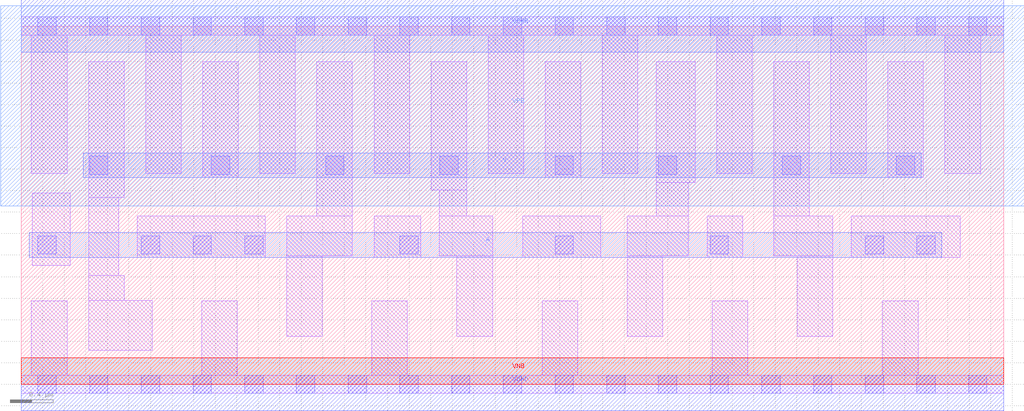
<source format=lef>
# Copyright 2020 The SkyWater PDK Authors
#
# Licensed under the Apache License, Version 2.0 (the "License");
# you may not use this file except in compliance with the License.
# You may obtain a copy of the License at
#
#     https://www.apache.org/licenses/LICENSE-2.0
#
# Unless required by applicable law or agreed to in writing, software
# distributed under the License is distributed on an "AS IS" BASIS,
# WITHOUT WARRANTIES OR CONDITIONS OF ANY KIND, either express or implied.
# See the License for the specific language governing permissions and
# limitations under the License.
#
# SPDX-License-Identifier: Apache-2.0

VERSION 5.7 ;
  NOWIREEXTENSIONATPIN ON ;
  DIVIDERCHAR "/" ;
  BUSBITCHARS "[]" ;
MACRO sky130_fd_sc_lp__clkinvlp_16
  CLASS CORE ;
  FOREIGN sky130_fd_sc_lp__clkinvlp_16 ;
  ORIGIN  0.000000  0.000000 ;
  SIZE  9.120000 BY  3.330000 ;
  SYMMETRY X Y R90 ;
  SITE unit ;
  PIN A
    ANTENNAGATEAREA  5.650000 ;
    DIRECTION INPUT ;
    USE SIGNAL ;
    PORT
      LAYER met1 ;
        RECT 0.075000 1.180000 8.545000 1.410000 ;
    END
  END A
  PIN Y
    ANTENNADIFFAREA  3.010000 ;
    DIRECTION OUTPUT ;
    USE SIGNAL ;
    PORT
      LAYER met1 ;
        RECT 0.575000 1.920000 8.355000 2.150000 ;
    END
  END Y
  PIN VGND
    DIRECTION INOUT ;
    USE GROUND ;
    PORT
      LAYER met1 ;
        RECT 0.000000 -0.245000 9.120000 0.245000 ;
    END
  END VGND
  PIN VNB
    DIRECTION INOUT ;
    USE GROUND ;
    PORT
      LAYER pwell ;
        RECT 0.000000 0.000000 9.120000 0.245000 ;
    END
  END VNB
  PIN VPB
    DIRECTION INOUT ;
    USE POWER ;
    PORT
      LAYER nwell ;
        RECT -0.190000 1.655000 9.310000 3.520000 ;
    END
  END VPB
  PIN VPWR
    DIRECTION INOUT ;
    USE POWER ;
    PORT
      LAYER met1 ;
        RECT 0.000000 3.085000 9.120000 3.575000 ;
    END
  END VPWR
  OBS
    LAYER li1 ;
      RECT 0.000000 -0.085000 9.120000 0.085000 ;
      RECT 0.000000  3.245000 9.120000 3.415000 ;
      RECT 0.095000  0.085000 0.425000 0.775000 ;
      RECT 0.095000  1.960000 0.425000 3.245000 ;
      RECT 0.100000  1.105000 0.455000 1.780000 ;
      RECT 0.625000  0.315000 1.215000 0.780000 ;
      RECT 0.625000  0.780000 0.955000 1.010000 ;
      RECT 0.625000  1.010000 0.905000 1.735000 ;
      RECT 0.625000  1.735000 0.955000 3.000000 ;
      RECT 1.075000  1.180000 2.265000 1.565000 ;
      RECT 1.155000  1.960000 1.485000 3.245000 ;
      RECT 1.675000  0.085000 2.005000 0.775000 ;
      RECT 1.685000  1.920000 2.015000 3.000000 ;
      RECT 2.215000  1.960000 2.545000 3.245000 ;
      RECT 2.465000  0.445000 2.795000 1.195000 ;
      RECT 2.465000  1.195000 3.075000 1.565000 ;
      RECT 2.745000  1.565000 3.075000 3.000000 ;
      RECT 3.255000  0.085000 3.585000 0.775000 ;
      RECT 3.275000  1.180000 3.710000 1.565000 ;
      RECT 3.275000  1.960000 3.605000 3.245000 ;
      RECT 3.805000  1.805000 4.135000 3.000000 ;
      RECT 3.880000  1.195000 4.375000 1.565000 ;
      RECT 3.880000  1.565000 4.135000 1.805000 ;
      RECT 4.045000  0.445000 4.375000 1.195000 ;
      RECT 4.335000  1.960000 4.665000 3.245000 ;
      RECT 4.655000  1.180000 5.380000 1.565000 ;
      RECT 4.835000  0.085000 5.165000 0.775000 ;
      RECT 4.865000  1.920000 5.195000 3.000000 ;
      RECT 5.395000  1.960000 5.725000 3.245000 ;
      RECT 5.625000  0.445000 5.955000 1.195000 ;
      RECT 5.625000  1.195000 6.190000 1.565000 ;
      RECT 5.895000  1.565000 6.190000 1.875000 ;
      RECT 5.895000  1.875000 6.255000 3.000000 ;
      RECT 6.370000  1.180000 6.700000 1.565000 ;
      RECT 6.415000  0.085000 6.745000 0.775000 ;
      RECT 6.455000  1.960000 6.785000 3.245000 ;
      RECT 6.985000  1.195000 7.535000 1.565000 ;
      RECT 6.985000  1.565000 7.315000 3.000000 ;
      RECT 7.205000  0.445000 7.535000 1.195000 ;
      RECT 7.515000  1.960000 7.845000 3.245000 ;
      RECT 7.705000  1.180000 8.715000 1.565000 ;
      RECT 7.995000  0.085000 8.325000 0.775000 ;
      RECT 8.045000  1.920000 8.375000 3.000000 ;
      RECT 8.575000  1.960000 8.905000 3.245000 ;
    LAYER mcon ;
      RECT 0.155000 -0.085000 0.325000 0.085000 ;
      RECT 0.155000  1.210000 0.325000 1.380000 ;
      RECT 0.155000  3.245000 0.325000 3.415000 ;
      RECT 0.635000 -0.085000 0.805000 0.085000 ;
      RECT 0.635000  1.950000 0.805000 2.120000 ;
      RECT 0.635000  3.245000 0.805000 3.415000 ;
      RECT 1.115000 -0.085000 1.285000 0.085000 ;
      RECT 1.115000  1.210000 1.285000 1.380000 ;
      RECT 1.115000  3.245000 1.285000 3.415000 ;
      RECT 1.595000 -0.085000 1.765000 0.085000 ;
      RECT 1.595000  1.210000 1.765000 1.380000 ;
      RECT 1.595000  3.245000 1.765000 3.415000 ;
      RECT 1.765000  1.950000 1.935000 2.120000 ;
      RECT 2.075000 -0.085000 2.245000 0.085000 ;
      RECT 2.075000  1.210000 2.245000 1.380000 ;
      RECT 2.075000  3.245000 2.245000 3.415000 ;
      RECT 2.555000 -0.085000 2.725000 0.085000 ;
      RECT 2.555000  3.245000 2.725000 3.415000 ;
      RECT 2.825000  1.950000 2.995000 2.120000 ;
      RECT 3.035000 -0.085000 3.205000 0.085000 ;
      RECT 3.035000  3.245000 3.205000 3.415000 ;
      RECT 3.515000 -0.085000 3.685000 0.085000 ;
      RECT 3.515000  1.210000 3.685000 1.380000 ;
      RECT 3.515000  3.245000 3.685000 3.415000 ;
      RECT 3.885000  1.950000 4.055000 2.120000 ;
      RECT 3.995000 -0.085000 4.165000 0.085000 ;
      RECT 3.995000  3.245000 4.165000 3.415000 ;
      RECT 4.475000 -0.085000 4.645000 0.085000 ;
      RECT 4.475000  3.245000 4.645000 3.415000 ;
      RECT 4.955000 -0.085000 5.125000 0.085000 ;
      RECT 4.955000  1.210000 5.125000 1.380000 ;
      RECT 4.955000  1.950000 5.125000 2.120000 ;
      RECT 4.955000  3.245000 5.125000 3.415000 ;
      RECT 5.435000 -0.085000 5.605000 0.085000 ;
      RECT 5.435000  3.245000 5.605000 3.415000 ;
      RECT 5.915000 -0.085000 6.085000 0.085000 ;
      RECT 5.915000  1.950000 6.085000 2.120000 ;
      RECT 5.915000  3.245000 6.085000 3.415000 ;
      RECT 6.395000 -0.085000 6.565000 0.085000 ;
      RECT 6.395000  1.210000 6.565000 1.380000 ;
      RECT 6.395000  3.245000 6.565000 3.415000 ;
      RECT 6.875000 -0.085000 7.045000 0.085000 ;
      RECT 6.875000  3.245000 7.045000 3.415000 ;
      RECT 7.065000  1.950000 7.235000 2.120000 ;
      RECT 7.355000 -0.085000 7.525000 0.085000 ;
      RECT 7.355000  3.245000 7.525000 3.415000 ;
      RECT 7.835000 -0.085000 8.005000 0.085000 ;
      RECT 7.835000  1.210000 8.005000 1.380000 ;
      RECT 7.835000  3.245000 8.005000 3.415000 ;
      RECT 8.125000  1.950000 8.295000 2.120000 ;
      RECT 8.315000 -0.085000 8.485000 0.085000 ;
      RECT 8.315000  1.210000 8.485000 1.380000 ;
      RECT 8.315000  3.245000 8.485000 3.415000 ;
      RECT 8.795000 -0.085000 8.965000 0.085000 ;
      RECT 8.795000  3.245000 8.965000 3.415000 ;
  END
END sky130_fd_sc_lp__clkinvlp_16
END LIBRARY

</source>
